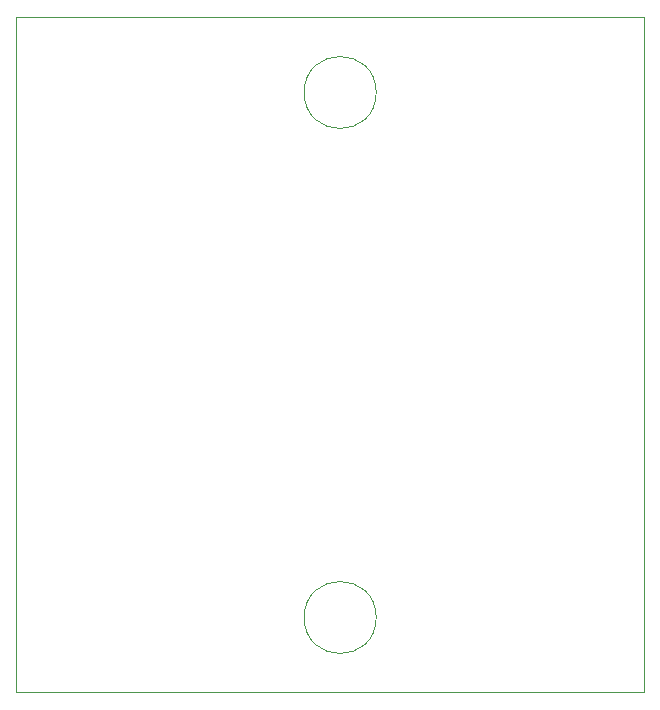
<source format=gbr>
%TF.GenerationSoftware,KiCad,Pcbnew,7.0.7*%
%TF.CreationDate,2023-09-12T23:19:34-05:00*%
%TF.ProjectId,Heater_North_DCT_HSK,48656174-6572-45f4-9e6f-7274685f4443,rev?*%
%TF.SameCoordinates,Original*%
%TF.FileFunction,Other,User*%
%FSLAX46Y46*%
G04 Gerber Fmt 4.6, Leading zero omitted, Abs format (unit mm)*
G04 Created by KiCad (PCBNEW 7.0.7) date 2023-09-12 23:19:34*
%MOMM*%
%LPD*%
G01*
G04 APERTURE LIST*
%ADD10C,0.050000*%
%TA.AperFunction,Profile*%
%ADD11C,0.100000*%
%TD*%
G04 APERTURE END LIST*
D10*
%TO.C,REF\u002A\u002A*%
X121160000Y-53340000D02*
G75*
G03*
X121160000Y-53340000I-3050000J0D01*
G01*
X121160000Y-97790000D02*
G75*
G03*
X121160000Y-97790000I-3050000J0D01*
G01*
%TD*%
D11*
X90690200Y-46990000D02*
X143830200Y-46990000D01*
X143830200Y-104140000D01*
X90690200Y-104140000D01*
X90690200Y-46990000D01*
M02*

</source>
